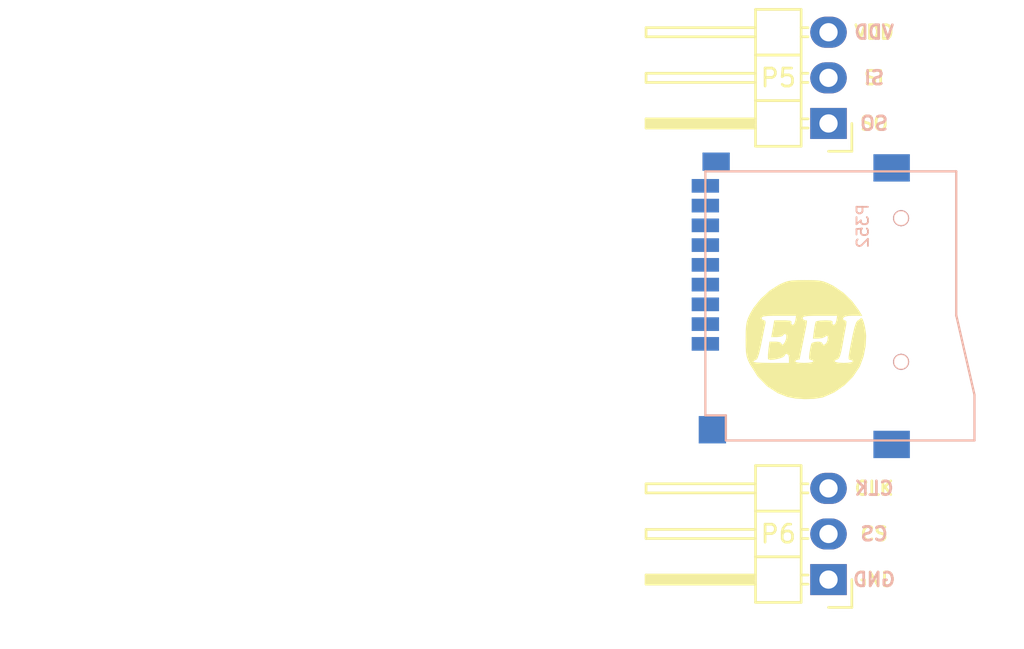
<source format=kicad_pcb>
(kicad_pcb (version 4) (host pcbnew 4.0.1-stable)

  (general
    (links 10)
    (no_connects 10)
    (area 131.178096 116.111799 185.559701 153.765001)
    (thickness 1.6)
    (drawings 25)
    (tracks 0)
    (zones 0)
    (modules 4)
    (nets 7)
  )

  (page A portrait)
  (title_block
    (date 2016-12-26)
    (rev R0.2)
    (company "rusEFI by Art_Electro")
  )

  (layers
    (0 F.Cu signal)
    (31 B.Cu signal)
    (32 B.Adhes user)
    (33 F.Adhes user)
    (34 B.Paste user)
    (35 F.Paste user)
    (36 B.SilkS user)
    (37 F.SilkS user)
    (38 B.Mask user)
    (39 F.Mask user)
    (40 Dwgs.User user)
    (41 Cmts.User user)
    (42 Eco1.User user)
    (43 Eco2.User user)
    (44 Edge.Cuts user)
  )

  (setup
    (last_trace_width 0.254)
    (trace_clearance 0.2032)
    (zone_clearance 0.254)
    (zone_45_only no)
    (trace_min 0.254)
    (segment_width 0.2)
    (edge_width 0.15)
    (via_size 0.889)
    (via_drill 0.635)
    (via_min_size 0.889)
    (via_min_drill 0.508)
    (uvia_size 0.508)
    (uvia_drill 0.127)
    (uvias_allowed no)
    (uvia_min_size 0.508)
    (uvia_min_drill 0.127)
    (pcb_text_width 0.3)
    (pcb_text_size 1 1)
    (mod_edge_width 0.15)
    (mod_text_size 1 1)
    (mod_text_width 0.15)
    (pad_size 1.3 1.9)
    (pad_drill 0)
    (pad_to_mask_clearance 0.0762)
    (aux_axis_origin 0 0)
    (visible_elements 7FFFF77F)
    (pcbplotparams
      (layerselection 0x010f0_80000001)
      (usegerberextensions true)
      (excludeedgelayer true)
      (linewidth 0.150000)
      (plotframeref false)
      (viasonmask false)
      (mode 1)
      (useauxorigin false)
      (hpglpennumber 1)
      (hpglpenspeed 20)
      (hpglpendiameter 15)
      (hpglpenoverlay 2)
      (psnegative false)
      (psa4output false)
      (plotreference true)
      (plotvalue true)
      (plotinvisibletext false)
      (padsonsilk false)
      (subtractmaskfromsilk false)
      (outputformat 1)
      (mirror false)
      (drillshape 0)
      (scaleselection 1)
      (outputdirectory gerber/))
  )

  (net 0 "")
  (net 1 GND)
  (net 2 /SPI_MISO)
  (net 3 /SPI_MOSI)
  (net 4 /3.3V)
  (net 5 /CS_SD_MODULE)
  (net 6 /SPI_SCK)

  (net_class Default "Это класс цепей по умолчанию."
    (clearance 0.2032)
    (trace_width 0.254)
    (via_dia 0.889)
    (via_drill 0.635)
    (uvia_dia 0.508)
    (uvia_drill 0.127)
    (add_net /3.3V)
    (add_net /CS_SD_MODULE)
    (add_net /SPI_MISO)
    (add_net /SPI_MOSI)
    (add_net /SPI_SCK)
    (add_net GND)
  )

  (module Pin_Headers:Pin_Header_Angled_1x03 (layer F.Cu) (tedit 58624C0D) (tstamp 586248A1)
    (at 177.165 148.59 180)
    (descr "Through hole pin header")
    (tags "pin header")
    (path /58619400)
    (fp_text reference P6 (at 2.794 2.54 180) (layer F.SilkS)
      (effects (font (size 1 1) (thickness 0.15)))
    )
    (fp_text value CONN_01X03 (at 0 -3.1 180) (layer F.Fab) hide
      (effects (font (size 1 1) (thickness 0.15)))
    )
    (fp_line (start -1.5 -1.75) (end -1.5 6.85) (layer F.CrtYd) (width 0.05))
    (fp_line (start 10.65 -1.75) (end 10.65 6.85) (layer F.CrtYd) (width 0.05))
    (fp_line (start -1.5 -1.75) (end 10.65 -1.75) (layer F.CrtYd) (width 0.05))
    (fp_line (start -1.5 6.85) (end 10.65 6.85) (layer F.CrtYd) (width 0.05))
    (fp_line (start -1.3 -1.55) (end -1.3 0) (layer F.SilkS) (width 0.15))
    (fp_line (start 0 -1.55) (end -1.3 -1.55) (layer F.SilkS) (width 0.15))
    (fp_line (start 4.191 -0.127) (end 10.033 -0.127) (layer F.SilkS) (width 0.15))
    (fp_line (start 10.033 -0.127) (end 10.033 0.127) (layer F.SilkS) (width 0.15))
    (fp_line (start 10.033 0.127) (end 4.191 0.127) (layer F.SilkS) (width 0.15))
    (fp_line (start 4.191 0.127) (end 4.191 0) (layer F.SilkS) (width 0.15))
    (fp_line (start 4.191 0) (end 10.033 0) (layer F.SilkS) (width 0.15))
    (fp_line (start 1.524 -0.254) (end 1.143 -0.254) (layer F.SilkS) (width 0.15))
    (fp_line (start 1.524 0.254) (end 1.143 0.254) (layer F.SilkS) (width 0.15))
    (fp_line (start 1.524 2.286) (end 1.143 2.286) (layer F.SilkS) (width 0.15))
    (fp_line (start 1.524 2.794) (end 1.143 2.794) (layer F.SilkS) (width 0.15))
    (fp_line (start 1.524 4.826) (end 1.143 4.826) (layer F.SilkS) (width 0.15))
    (fp_line (start 1.524 5.334) (end 1.143 5.334) (layer F.SilkS) (width 0.15))
    (fp_line (start 4.064 1.27) (end 4.064 -1.27) (layer F.SilkS) (width 0.15))
    (fp_line (start 10.16 0.254) (end 4.064 0.254) (layer F.SilkS) (width 0.15))
    (fp_line (start 10.16 -0.254) (end 10.16 0.254) (layer F.SilkS) (width 0.15))
    (fp_line (start 4.064 -0.254) (end 10.16 -0.254) (layer F.SilkS) (width 0.15))
    (fp_line (start 1.524 1.27) (end 4.064 1.27) (layer F.SilkS) (width 0.15))
    (fp_line (start 1.524 -1.27) (end 1.524 1.27) (layer F.SilkS) (width 0.15))
    (fp_line (start 1.524 -1.27) (end 4.064 -1.27) (layer F.SilkS) (width 0.15))
    (fp_line (start 1.524 3.81) (end 4.064 3.81) (layer F.SilkS) (width 0.15))
    (fp_line (start 1.524 3.81) (end 1.524 6.35) (layer F.SilkS) (width 0.15))
    (fp_line (start 4.064 4.826) (end 10.16 4.826) (layer F.SilkS) (width 0.15))
    (fp_line (start 10.16 4.826) (end 10.16 5.334) (layer F.SilkS) (width 0.15))
    (fp_line (start 10.16 5.334) (end 4.064 5.334) (layer F.SilkS) (width 0.15))
    (fp_line (start 4.064 6.35) (end 4.064 3.81) (layer F.SilkS) (width 0.15))
    (fp_line (start 4.064 3.81) (end 4.064 1.27) (layer F.SilkS) (width 0.15))
    (fp_line (start 10.16 2.794) (end 4.064 2.794) (layer F.SilkS) (width 0.15))
    (fp_line (start 10.16 2.286) (end 10.16 2.794) (layer F.SilkS) (width 0.15))
    (fp_line (start 4.064 2.286) (end 10.16 2.286) (layer F.SilkS) (width 0.15))
    (fp_line (start 1.524 3.81) (end 4.064 3.81) (layer F.SilkS) (width 0.15))
    (fp_line (start 1.524 1.27) (end 1.524 3.81) (layer F.SilkS) (width 0.15))
    (fp_line (start 1.524 1.27) (end 4.064 1.27) (layer F.SilkS) (width 0.15))
    (fp_line (start 1.524 6.35) (end 4.064 6.35) (layer F.SilkS) (width 0.15))
    (pad 1 thru_hole rect (at 0 0 180) (size 2.032 1.7272) (drill 1.016) (layers *.Cu *.Mask)
      (net 1 GND))
    (pad 2 thru_hole oval (at 0 2.54 180) (size 2.032 1.7272) (drill 1.016) (layers *.Cu *.Mask)
      (net 5 /CS_SD_MODULE))
    (pad 3 thru_hole oval (at 0 5.08 180) (size 2.032 1.7272) (drill 1.016) (layers *.Cu *.Mask)
      (net 6 /SPI_SCK))
    (model Pin_Headers.3dshapes/Pin_Header_Angled_1x03.wrl
      (at (xyz 0 -0.1 0))
      (scale (xyz 1 1 1))
      (rotate (xyz 0 0 90))
    )
  )

  (module Pin_Headers:Pin_Header_Angled_1x03 (layer F.Cu) (tedit 58624C07) (tstamp 58624874)
    (at 177.165 123.19 180)
    (descr "Through hole pin header")
    (tags "pin header")
    (path /58618F13)
    (fp_text reference P5 (at 2.794 2.54 180) (layer F.SilkS)
      (effects (font (size 1 1) (thickness 0.15)))
    )
    (fp_text value CONN_01X03 (at 0 -3.1 180) (layer F.Fab) hide
      (effects (font (size 1 1) (thickness 0.15)))
    )
    (fp_line (start -1.5 -1.75) (end -1.5 6.85) (layer F.CrtYd) (width 0.05))
    (fp_line (start 10.65 -1.75) (end 10.65 6.85) (layer F.CrtYd) (width 0.05))
    (fp_line (start -1.5 -1.75) (end 10.65 -1.75) (layer F.CrtYd) (width 0.05))
    (fp_line (start -1.5 6.85) (end 10.65 6.85) (layer F.CrtYd) (width 0.05))
    (fp_line (start -1.3 -1.55) (end -1.3 0) (layer F.SilkS) (width 0.15))
    (fp_line (start 0 -1.55) (end -1.3 -1.55) (layer F.SilkS) (width 0.15))
    (fp_line (start 4.191 -0.127) (end 10.033 -0.127) (layer F.SilkS) (width 0.15))
    (fp_line (start 10.033 -0.127) (end 10.033 0.127) (layer F.SilkS) (width 0.15))
    (fp_line (start 10.033 0.127) (end 4.191 0.127) (layer F.SilkS) (width 0.15))
    (fp_line (start 4.191 0.127) (end 4.191 0) (layer F.SilkS) (width 0.15))
    (fp_line (start 4.191 0) (end 10.033 0) (layer F.SilkS) (width 0.15))
    (fp_line (start 1.524 -0.254) (end 1.143 -0.254) (layer F.SilkS) (width 0.15))
    (fp_line (start 1.524 0.254) (end 1.143 0.254) (layer F.SilkS) (width 0.15))
    (fp_line (start 1.524 2.286) (end 1.143 2.286) (layer F.SilkS) (width 0.15))
    (fp_line (start 1.524 2.794) (end 1.143 2.794) (layer F.SilkS) (width 0.15))
    (fp_line (start 1.524 4.826) (end 1.143 4.826) (layer F.SilkS) (width 0.15))
    (fp_line (start 1.524 5.334) (end 1.143 5.334) (layer F.SilkS) (width 0.15))
    (fp_line (start 4.064 1.27) (end 4.064 -1.27) (layer F.SilkS) (width 0.15))
    (fp_line (start 10.16 0.254) (end 4.064 0.254) (layer F.SilkS) (width 0.15))
    (fp_line (start 10.16 -0.254) (end 10.16 0.254) (layer F.SilkS) (width 0.15))
    (fp_line (start 4.064 -0.254) (end 10.16 -0.254) (layer F.SilkS) (width 0.15))
    (fp_line (start 1.524 1.27) (end 4.064 1.27) (layer F.SilkS) (width 0.15))
    (fp_line (start 1.524 -1.27) (end 1.524 1.27) (layer F.SilkS) (width 0.15))
    (fp_line (start 1.524 -1.27) (end 4.064 -1.27) (layer F.SilkS) (width 0.15))
    (fp_line (start 1.524 3.81) (end 4.064 3.81) (layer F.SilkS) (width 0.15))
    (fp_line (start 1.524 3.81) (end 1.524 6.35) (layer F.SilkS) (width 0.15))
    (fp_line (start 4.064 4.826) (end 10.16 4.826) (layer F.SilkS) (width 0.15))
    (fp_line (start 10.16 4.826) (end 10.16 5.334) (layer F.SilkS) (width 0.15))
    (fp_line (start 10.16 5.334) (end 4.064 5.334) (layer F.SilkS) (width 0.15))
    (fp_line (start 4.064 6.35) (end 4.064 3.81) (layer F.SilkS) (width 0.15))
    (fp_line (start 4.064 3.81) (end 4.064 1.27) (layer F.SilkS) (width 0.15))
    (fp_line (start 10.16 2.794) (end 4.064 2.794) (layer F.SilkS) (width 0.15))
    (fp_line (start 10.16 2.286) (end 10.16 2.794) (layer F.SilkS) (width 0.15))
    (fp_line (start 4.064 2.286) (end 10.16 2.286) (layer F.SilkS) (width 0.15))
    (fp_line (start 1.524 3.81) (end 4.064 3.81) (layer F.SilkS) (width 0.15))
    (fp_line (start 1.524 1.27) (end 1.524 3.81) (layer F.SilkS) (width 0.15))
    (fp_line (start 1.524 1.27) (end 4.064 1.27) (layer F.SilkS) (width 0.15))
    (fp_line (start 1.524 6.35) (end 4.064 6.35) (layer F.SilkS) (width 0.15))
    (pad 1 thru_hole rect (at 0 0 180) (size 2.032 1.7272) (drill 1.016) (layers *.Cu *.Mask)
      (net 2 /SPI_MISO))
    (pad 2 thru_hole oval (at 0 2.54 180) (size 2.032 1.7272) (drill 1.016) (layers *.Cu *.Mask)
      (net 3 /SPI_MOSI))
    (pad 3 thru_hole oval (at 0 5.08 180) (size 2.032 1.7272) (drill 1.016) (layers *.Cu *.Mask)
      (net 4 /3.3V))
    (model Pin_Headers.3dshapes/Pin_Header_Angled_1x03.wrl
      (at (xyz 0 -0.1 0))
      (scale (xyz 1 1 1))
      (rotate (xyz 0 0 90))
    )
  )

  (module LOGO_F (layer F.Cu) (tedit 0) (tstamp 52FE3846)
    (at 175.895 135.255 180)
    (path /52FE356F)
    (fp_text reference G1 (at 0 4.14782 180) (layer F.SilkS) hide
      (effects (font (thickness 0.3048)))
    )
    (fp_text value LOGO (at 0 -4.14782 180) (layer F.SilkS) hide
      (effects (font (thickness 0.3048)))
    )
    (fp_poly (pts (xy 3.34518 0.04318) (xy 3.3401 -0.381) (xy 3.32486 -0.68326) (xy 3.28676 -0.90932)
      (xy 3.22326 -1.1049) (xy 3.12166 -1.3208) (xy 3.10896 -1.3462) (xy 2.921 -1.64084)
      (xy 2.921 -1.18618) (xy 2.79654 -1.1049) (xy 2.75844 -1.09982) (xy 2.68732 -1.016)
      (xy 2.60096 -0.76708) (xy 2.5019 -0.35052) (xy 2.46126 -0.14732) (xy 2.38252 0.24638)
      (xy 2.31394 0.58928) (xy 2.2606 0.84074) (xy 2.23266 0.9525) (xy 2.2479 1.07696)
      (xy 2.32156 1.09982) (xy 2.4384 1.16586) (xy 2.45618 1.22682) (xy 2.42824 1.28524)
      (xy 2.33172 1.3208) (xy 2.13868 1.34366) (xy 1.82372 1.35382) (xy 1.49606 1.35382)
      (xy 0.53594 1.35382) (xy 0.57404 1.09982) (xy 0.63246 0.92202) (xy 0.7239 0.84836)
      (xy 0.72644 0.84582) (xy 0.80264 0.90678) (xy 0.79248 0.97536) (xy 0.79248 1.04648)
      (xy 0.889 1.08458) (xy 1.10744 1.09982) (xy 1.24714 1.09982) (xy 1.75006 1.09982)
      (xy 1.83388 0.635) (xy 1.9177 0.17018) (xy 1.59258 0.17018) (xy 1.38684 0.1905)
      (xy 1.27508 0.23876) (xy 1.27 0.254) (xy 1.20142 0.3302) (xy 1.15316 0.33782)
      (xy 1.0795 0.2921) (xy 1.08204 0.127) (xy 1.0922 0.07112) (xy 1.1557 -0.1016)
      (xy 1.24206 -0.22352) (xy 1.3208 -0.25908) (xy 1.35382 -0.1778) (xy 1.35382 -0.17526)
      (xy 1.43002 -0.11684) (xy 1.61544 -0.08636) (xy 1.68656 -0.08382) (xy 2.0193 -0.08382)
      (xy 2.07772 -0.55372) (xy 2.10312 -0.81788) (xy 2.10312 -1.01092) (xy 2.09042 -1.06934)
      (xy 1.9685 -1.09982) (xy 1.76022 -1.08458) (xy 1.52146 -1.03886) (xy 1.31318 -0.97536)
      (xy 1.1938 -0.90424) (xy 1.18618 -0.88138) (xy 1.1176 -0.7747) (xy 1.05918 -0.762)
      (xy 0.95758 -0.8382) (xy 0.93218 -1.016) (xy 0.93218 -1.27) (xy 1.95072 -1.27)
      (xy 2.42062 -1.26238) (xy 2.74066 -1.2446) (xy 2.90322 -1.21158) (xy 2.921 -1.18618)
      (xy 2.921 -1.64084) (xy 2.67716 -2.02692) (xy 2.15646 -2.5654) (xy 1.5494 -2.9591)
      (xy 1.02108 -3.16484) (xy 0.59182 -3.24866) (xy 0.59182 -1.18618) (xy 0.52324 -1.10998)
      (xy 0.46482 -1.09982) (xy 0.35306 -1.08458) (xy 0.33782 -1.06934) (xy 0.32258 -0.98044)
      (xy 0.2794 -0.75692) (xy 0.21336 -0.4318) (xy 0.13462 -0.04064) (xy 0.127 0)
      (xy 0.03556 0.44958) (xy -0.02794 0.75692) (xy -0.06096 0.94996) (xy -0.06858 1.0541)
      (xy -0.05334 1.09728) (xy -0.01524 1.1049) (xy 0.04318 1.09982) (xy 0.15494 1.1684)
      (xy 0.17018 1.22682) (xy 0.14224 1.28524) (xy 0.04572 1.3208) (xy -0.14732 1.34366)
      (xy -0.46228 1.35382) (xy -0.78994 1.35382) (xy -1.75006 1.35382) (xy -1.71196 1.09982)
      (xy -1.65354 0.92202) (xy -1.5621 0.84836) (xy -1.55956 0.84582) (xy -1.48336 0.90678)
      (xy -1.49352 0.97282) (xy -1.49098 1.04902) (xy -1.39446 1.08712) (xy -1.1684 1.09982)
      (xy -1.07188 1.09982) (xy -0.80772 1.08966) (xy -0.61976 1.05918) (xy -0.56134 1.03378)
      (xy -0.52578 0.9144) (xy -0.48514 0.69088) (xy -0.45974 0.52578) (xy -0.40132 0.08382)
      (xy -0.69342 0.08382) (xy -0.91948 0.11176) (xy -1.07696 0.18034) (xy -1.08204 0.18542)
      (xy -1.1938 0.254) (xy -1.2319 0.17018) (xy -1.21158 -0.02032) (xy -1.143 -0.17018)
      (xy -1.04394 -0.254) (xy -0.95758 -0.24892) (xy -0.93218 -0.17018) (xy -0.86106 -0.10668)
      (xy -0.69596 -0.08382) (xy -0.50546 -0.1016) (xy -0.35306 -0.15494) (xy -0.31242 -0.20066)
      (xy -0.27432 -0.35052) (xy -0.2286 -0.59436) (xy -0.20828 -0.70866) (xy -0.18288 -0.94996)
      (xy -0.20066 -1.0668) (xy -0.27686 -1.09982) (xy -0.28702 -1.09982) (xy -0.4064 -1.143)
      (xy -0.42418 -1.18618) (xy -0.34544 -1.22936) (xy -0.14478 -1.25984) (xy 0.08382 -1.27)
      (xy 0.3556 -1.2573) (xy 0.53848 -1.22428) (xy 0.59182 -1.18618) (xy 0.59182 -3.24866)
      (xy 0.5715 -3.25374) (xy 0.0508 -3.2893) (xy -0.4699 -3.27152) (xy -0.91694 -3.2004)
      (xy -0.99314 -3.17754) (xy -1.59004 -2.91338) (xy -2.15392 -2.52222) (xy -2.63652 -2.03708)
      (xy -2.99974 -1.49606) (xy -3.03022 -1.43256) (xy -3.22326 -0.90932) (xy -3.3401 -0.32258)
      (xy -3.3655 0.2413) (xy -3.3528 0.39624) (xy -3.29946 0.7366) (xy -3.23088 1.01092)
      (xy -3.15722 1.18872) (xy -3.0861 1.23698) (xy -3.06578 1.21666) (xy -2.93624 1.10998)
      (xy -2.88544 1.08712) (xy -2.80924 0.98298) (xy -2.7178 0.71374) (xy -2.6162 0.2921)
      (xy -2.57302 0.08128) (xy -2.48158 -0.38354) (xy -2.42316 -0.70612) (xy -2.39268 -0.9144)
      (xy -2.39014 -1.03124) (xy -2.41554 -1.08458) (xy -2.4638 -1.09982) (xy -2.49682 -1.09982)
      (xy -2.61112 -1.14554) (xy -2.62382 -1.18618) (xy -2.54762 -1.22936) (xy -2.34696 -1.25984)
      (xy -2.11582 -1.27) (xy -1.8288 -1.25476) (xy -1.651 -1.21412) (xy -1.60274 -1.15824)
      (xy -1.7018 -1.09728) (xy -1.76276 -1.0795) (xy -1.8415 -1.02362) (xy -1.91008 -0.88646)
      (xy -1.97866 -0.63754) (xy -2.05486 -0.25146) (xy -2.06248 -0.2032) (xy -2.13106 0.18288)
      (xy -2.19456 0.52578) (xy -2.24282 0.78232) (xy -2.25806 0.86868) (xy -2.27076 1.0414)
      (xy -2.19202 1.09982) (xy -2.1717 1.10236) (xy -2.07772 1.15316) (xy -2.08534 1.22936)
      (xy -2.1717 1.30556) (xy -2.36728 1.3462) (xy -2.6416 1.35636) (xy -3.14706 1.35382)
      (xy -2.95656 1.67132) (xy -2.5781 2.18186) (xy -2.09296 2.64668) (xy -1.55702 3.01244)
      (xy -1.44018 3.0734) (xy -1.18618 3.19532) (xy -0.97536 3.27152) (xy -0.75692 3.31724)
      (xy -0.48514 3.33756) (xy -0.10668 3.34264) (xy 0.04064 3.34264) (xy 0.46482 3.33756)
      (xy 0.76962 3.32232) (xy 1.00076 3.28422) (xy 1.2065 3.21564) (xy 1.43764 3.1115)
      (xy 1.47574 3.09372) (xy 2.00914 2.7559) (xy 2.50444 2.30378) (xy 2.91592 1.78816)
      (xy 3.10134 1.46812) (xy 3.21056 1.2319) (xy 3.28168 1.02616) (xy 3.31978 0.8001)
      (xy 3.3401 0.50546) (xy 3.34264 0.09398) (xy 3.34518 0.04318) (xy 3.34518 0.04318)) (layer F.SilkS) (width 0.00254))
  )

  (module MICRO-SDCARD-CONNECTOR-3300060P1 (layer B.Cu) (tedit 58624CA5) (tstamp 586245D2)
    (at 177.8 133.35)
    (descr MICRO-SDCARD-CONNECTOR-3300060P1)
    (tags "MICRO SD MEMORY CARD MMC")
    (path /58624F8A)
    (attr smd)
    (fp_text reference P352 (at 1.27 -4.445 270) (layer B.SilkS)
      (effects (font (size 0.635 0.635) (thickness 0.1016)) (justify mirror))
    )
    (fp_text value MICRO-SDCARD-CONNECTOR-3300060P1 (at 0 0 270) (layer B.SilkS) hide
      (effects (font (size 0.50038 0.50038) (thickness 0.1016)) (justify mirror))
    )
    (fp_line (start 7.493 4.953) (end 6.477 0.508) (layer B.SilkS) (width 0.127))
    (fp_line (start 6.477 -7.493) (end 6.477 0.5591) (layer B.SilkS) (width 0.127))
    (fp_line (start -7.493 -7.493) (end 6.477 -7.493) (layer B.SilkS) (width 0.127))
    (fp_line (start 7.493 7.493) (end 7.493 4.9619) (layer B.SilkS) (width 0.127))
    (fp_line (start -7.493 6.096) (end -6.35 6.096) (layer B.SilkS) (width 0.127))
    (fp_line (start -6.35 6.096) (end -6.35 7.493) (layer B.SilkS) (width 0.127))
    (fp_line (start -7.493 -7.493) (end -7.493 6.096) (layer B.SilkS) (width 0.127))
    (fp_line (start -6.35 7.493) (end 7.493 7.493) (layer B.SilkS) (width 0.127))
    (pad 1 smd rect (at -7.493 2.114) (size 1.524 0.762) (layers B.Cu B.Paste B.Mask))
    (pad 2 smd rect (at -7.493 1.014) (size 1.524 0.762) (layers B.Cu B.Paste B.Mask)
      (net 5 /CS_SD_MODULE))
    (pad 3 smd rect (at -7.493 -0.086) (size 1.524 0.762) (layers B.Cu B.Paste B.Mask)
      (net 3 /SPI_MOSI))
    (pad 4 smd rect (at -7.493 -1.186) (size 1.524 0.762) (layers B.Cu B.Paste B.Mask)
      (net 4 /3.3V))
    (pad 5 smd rect (at -7.493 -2.286) (size 1.524 0.762) (layers B.Cu B.Paste B.Mask)
      (net 6 /SPI_SCK))
    (pad 6 smd rect (at -7.493 -3.386) (size 1.524 0.762) (layers B.Cu B.Paste B.Mask)
      (net 1 GND))
    (pad 7 smd rect (at -7.493 -4.486) (size 1.524 0.762) (layers B.Cu B.Paste B.Mask)
      (net 2 /SPI_MISO))
    (pad 8 smd rect (at -7.493 -5.586) (size 1.524 0.762) (layers B.Cu B.Paste B.Mask))
    (pad 9 smd rect (at -7.493 -6.686) (size 1.524 0.762) (layers B.Cu B.Paste B.Mask))
    (pad G1 smd rect (at -6.893 -8.032) (size 1.524 1.016) (layers B.Cu B.Paste B.Mask)
      (net 1 GND))
    (pad G2 smd rect (at 2.88 -7.686) (size 2.032 1.524) (layers B.Cu B.Paste B.Mask)
      (net 1 GND))
    (pad G3 smd rect (at 2.88 7.714) (size 2.032 1.524) (layers B.Cu B.Paste B.Mask)
      (net 1 GND))
    (pad G4 smd rect (at -7.101 6.895) (size 1.524 1.524) (layers B.Cu B.Paste B.Mask)
      (net 1 GND))
    (pad "" thru_hole circle (at 3.407 -4.886) (size 0.889 0.889) (drill 0.762) (layers *.Cu *.Mask B.SilkS))
    (pad "" thru_hole circle (at 3.407 3.114) (size 0.889 0.889) (drill 0.762) (layers *.Cu *.Mask B.SilkS))
    (model ../rusefi_lib/3d/9P-SMD-W-RING.wrl
      (at (xyz -0.323 -0.33 -0.025))
      (scale (xyz 10 10 10))
      (rotate (xyz 0 0 0))
    )
  )

  (dimension 2.413 (width 0.25) (layer Cmts.User)
    (gr_text "0.0950 in" (at 189.992 130.556) (layer Cmts.User)
      (effects (font (size 1 1) (thickness 0.25)))
    )
    (feature1 (pts (xy 182.88 133.858) (xy 182.88 128.556001)))
    (feature2 (pts (xy 185.293 133.858) (xy 185.293 128.556001)))
    (crossbar (pts (xy 185.293 130.556001) (xy 182.88 130.556001)))
    (arrow1a (pts (xy 182.88 130.556001) (xy 184.006504 129.96958)))
    (arrow1b (pts (xy 182.88 130.556001) (xy 184.006504 131.142422)))
    (arrow2a (pts (xy 185.293 130.556001) (xy 184.166496 129.96958)))
    (arrow2b (pts (xy 185.293 130.556001) (xy 184.166496 131.142422)))
  )
  (dimension 33.02 (width 0.25) (layer Cmts.User)
    (gr_text "1.3000 in" (at 159.02 133.35 90) (layer Cmts.User)
      (effects (font (size 1 1) (thickness 0.25)))
    )
    (feature1 (pts (xy 163.83 116.84) (xy 158.02 116.84)))
    (feature2 (pts (xy 163.83 149.86) (xy 158.02 149.86)))
    (crossbar (pts (xy 160.02 149.86) (xy 160.02 116.84)))
    (arrow1a (pts (xy 160.02 116.84) (xy 160.606421 117.966504)))
    (arrow1b (pts (xy 160.02 116.84) (xy 159.433579 117.966504)))
    (arrow2a (pts (xy 160.02 149.86) (xy 160.606421 148.733496)))
    (arrow2b (pts (xy 160.02 149.86) (xy 159.433579 148.733496)))
  )
  (gr_line (start 168.91 116.84) (end 169.545 116.84) (angle 90) (layer Eco2.User) (width 0.2))
  (gr_line (start 168.91 149.86) (end 168.91 116.84) (angle 90) (layer Eco2.User) (width 0.2))
  (gr_line (start 182.88 149.86) (end 168.91 149.86) (angle 90) (layer Eco2.User) (width 0.2))
  (gr_line (start 182.88 116.84) (end 182.88 149.86) (angle 90) (layer Eco2.User) (width 0.2))
  (gr_line (start 168.91 116.84) (end 182.88 116.84) (angle 90) (layer Eco2.User) (width 0.2))
  (dimension 12.192 (width 0.25) (layer Cmts.User)
    (gr_text "0.4800 in" (at 179.197 152.765) (layer Cmts.User)
      (effects (font (size 1 1) (thickness 0.25)))
    )
    (feature1 (pts (xy 185.293 140.843) (xy 185.293 153.765)))
    (feature2 (pts (xy 173.101 140.843) (xy 173.101 153.765)))
    (crossbar (pts (xy 173.101 151.765) (xy 185.293 151.765)))
    (arrow1a (pts (xy 185.293 151.765) (xy 184.166496 152.351421)))
    (arrow1b (pts (xy 185.293 151.765) (xy 184.166496 151.178579)))
    (arrow2a (pts (xy 173.101 151.765) (xy 174.227504 152.351421)))
    (arrow2b (pts (xy 173.101 151.765) (xy 174.227504 151.178579)))
  )
  (gr_text "5.83 - 4.63 = 1.20\n5.85 - 4.65 = 1.20" (at 139.065 130.175) (layer Eco1.User)
    (effects (font (size 1 1) (thickness 0.25)))
  )
  (gr_line (start 144.78 121.285) (end 147.066 122.682) (angle 90) (layer Eco1.User) (width 0.2))
  (gr_line (start 147.066 120.142) (end 144.78 121.285) (angle 90) (layer Eco1.User) (width 0.2))
  (gr_line (start 144.78 118.745) (end 147.066 120.142) (angle 90) (layer Eco1.User) (width 0.2))
  (gr_line (start 147.066 117.602) (end 144.78 118.745) (angle 90) (layer Eco1.User) (width 0.2))
  (gr_text VDD (at 179.705 118.11) (layer B.SilkS) (tstamp 52FE40E0)
    (effects (font (size 0.762 0.762) (thickness 0.1524)) (justify mirror))
  )
  (gr_text SI (at 179.705 120.65) (layer B.SilkS) (tstamp 52FE40DF)
    (effects (font (size 0.762 0.762) (thickness 0.1524)) (justify mirror))
  )
  (gr_text SO (at 179.705 123.19) (layer B.SilkS) (tstamp 52FE40DE)
    (effects (font (size 0.762 0.762) (thickness 0.1524)) (justify mirror))
  )
  (gr_text CLK (at 179.705 143.51) (layer B.SilkS) (tstamp 52FE40D7)
    (effects (font (size 0.762 0.762) (thickness 0.1524)) (justify mirror))
  )
  (gr_text CS (at 179.705 146.05) (layer B.SilkS) (tstamp 52FE40D6)
    (effects (font (size 0.762 0.762) (thickness 0.1524)) (justify mirror))
  )
  (gr_text GND (at 179.705 148.59) (layer B.SilkS) (tstamp 52FE40D5)
    (effects (font (size 0.762 0.762) (thickness 0.1524)) (justify mirror))
  )
  (gr_text GND (at 179.705 148.59) (layer F.SilkS)
    (effects (font (size 0.762 0.762) (thickness 0.1524)))
  )
  (gr_text CS (at 179.705 146.05) (layer F.SilkS)
    (effects (font (size 0.762 0.762) (thickness 0.1524)))
  )
  (gr_text CLK (at 179.705 143.51) (layer F.SilkS)
    (effects (font (size 0.762 0.762) (thickness 0.1524)))
  )
  (gr_text SO (at 179.705 123.19) (layer F.SilkS)
    (effects (font (size 0.762 0.762) (thickness 0.1524)))
  )
  (gr_text SI (at 179.705 120.65) (layer F.SilkS)
    (effects (font (size 0.762 0.762) (thickness 0.1524)))
  )
  (gr_text VDD (at 179.705 118.11) (layer F.SilkS)
    (effects (font (size 0.762 0.762) (thickness 0.1524)))
  )

)

</source>
